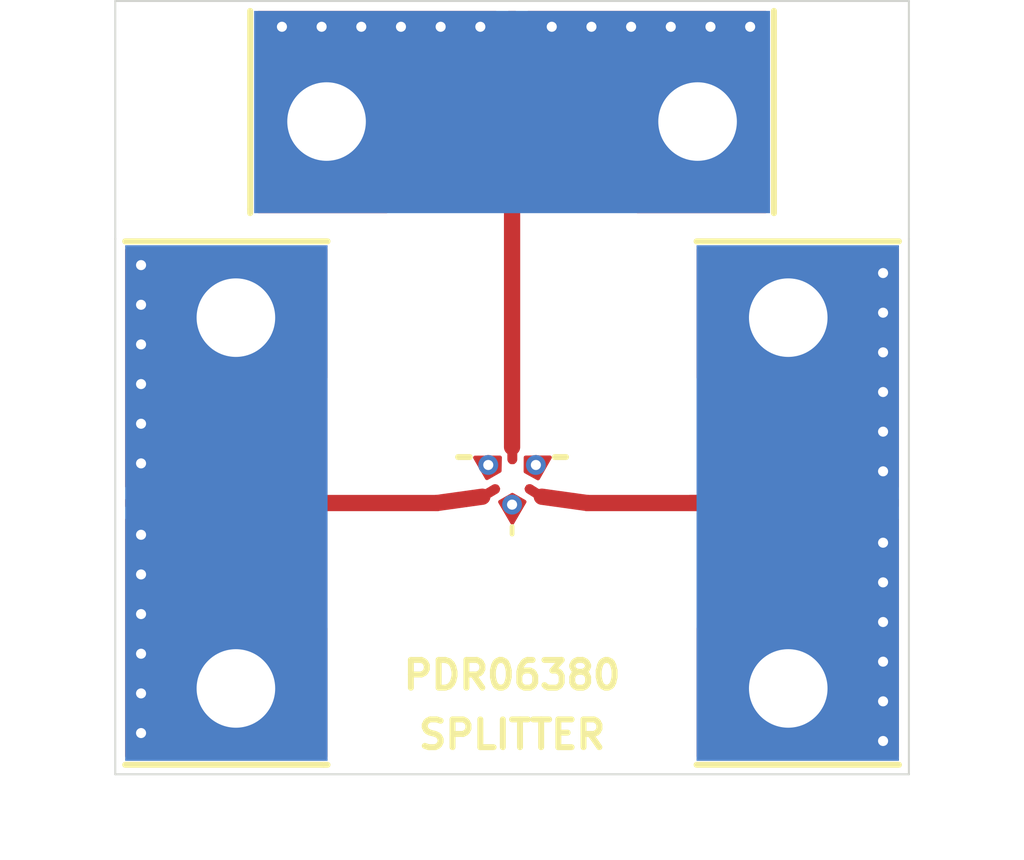
<source format=kicad_pcb>
(kicad_pcb (version 20171130) (host pcbnew 5.1.2)

  (general
    (thickness 1.6)
    (drawings 11)
    (tracks 16)
    (zones 0)
    (modules 4)
    (nets 5)
  )

  (page A4)
  (layers
    (0 F.Cu signal)
    (1 In1.Cu signal)
    (2 In2.Cu signal)
    (31 B.Cu signal)
    (32 B.Adhes user)
    (33 F.Adhes user)
    (34 B.Paste user)
    (35 F.Paste user)
    (36 B.SilkS user)
    (37 F.SilkS user)
    (38 B.Mask user)
    (39 F.Mask user)
    (40 Dwgs.User user)
    (41 Cmts.User user)
    (42 Eco1.User user)
    (43 Eco2.User user)
    (44 Edge.Cuts user)
    (45 Margin user)
    (46 B.CrtYd user)
    (47 F.CrtYd user)
    (48 B.Fab user)
    (49 F.Fab user)
  )

  (setup
    (last_trace_width 0.25)
    (user_trace_width 0.41)
    (trace_clearance 0.2)
    (zone_clearance 0.15)
    (zone_45_only no)
    (trace_min 0.2)
    (via_size 0.8)
    (via_drill 0.4)
    (via_min_size 0.4)
    (via_min_drill 0.254)
    (uvia_size 0.3)
    (uvia_drill 0.1)
    (uvias_allowed no)
    (uvia_min_size 0.2)
    (uvia_min_drill 0.1)
    (edge_width 0.05)
    (segment_width 0.2)
    (pcb_text_width 0.3)
    (pcb_text_size 1.5 1.5)
    (mod_edge_width 0.12)
    (mod_text_size 1 1)
    (mod_text_width 0.15)
    (pad_size 0.6 0.25)
    (pad_drill 0)
    (pad_to_mask_clearance 0.02)
    (solder_mask_min_width 0.25)
    (aux_axis_origin 0 0)
    (visible_elements FFFDFF7F)
    (pcbplotparams
      (layerselection 0x010fc_ffffffff)
      (usegerberextensions false)
      (usegerberattributes false)
      (usegerberadvancedattributes false)
      (creategerberjobfile false)
      (excludeedgelayer true)
      (linewidth 0.100000)
      (plotframeref false)
      (viasonmask false)
      (mode 1)
      (useauxorigin false)
      (hpglpennumber 1)
      (hpglpenspeed 20)
      (hpglpendiameter 15.000000)
      (psnegative false)
      (psa4output false)
      (plotreference true)
      (plotvalue true)
      (plotinvisibletext false)
      (padsonsilk false)
      (subtractmaskfromsilk false)
      (outputformat 1)
      (mirror false)
      (drillshape 1)
      (scaleselection 1)
      (outputdirectory ""))
  )

  (net 0 "")
  (net 1 GND)
  (net 2 "Net-(J101-Pad1)")
  (net 3 "Net-(J102-Pad1)")
  (net 4 "Net-(J103-Pad1)")

  (net_class Default "This is the default net class."
    (clearance 0.2)
    (trace_width 0.25)
    (via_dia 0.8)
    (via_drill 0.4)
    (uvia_dia 0.3)
    (uvia_drill 0.1)
    (add_net GND)
    (add_net "Net-(J101-Pad1)")
    (add_net "Net-(J102-Pad1)")
    (add_net "Net-(J103-Pad1)")
  )

  (module vna_mm:PDR06380 (layer F.Cu) (tedit 5D059F05) (tstamp 5D05B8CC)
    (at 87 100)
    (descr "DC- 40 GHz Flip Chip Resistive Divider")
    (path /5D05EC63)
    (attr smd)
    (fp_text reference RN101 (at -3 -3 90) (layer F.SilkS) hide
      (effects (font (size 1 1) (thickness 0.15)))
    )
    (fp_text value RESISTIVE_SPLITTER (at -2.54 -2.54) (layer F.Fab)
      (effects (font (size 1 1) (thickness 0.15)))
    )
    (fp_poly (pts (xy 0.006272 1.656289) (xy -0.301259 1.131329) (xy 0.006699 0.953529) (xy 0.313078 1.128593)) (layer F.Mask) (width 0.1))
    (fp_poly (pts (xy 0.951524 0.010659) (xy 0.342761 0.011604) (xy 0.341181 0.364469) (xy 0.653136 0.537744)) (layer F.Mask) (width 0.1))
    (fp_poly (pts (xy -0.931611 0.014128) (xy -0.633161 0.531059) (xy -0.314204 0.346909) (xy -0.306274 0.0127)) (layer F.Mask) (width 0.1))
    (fp_line (start -1.0668 0) (end -1.3589 0) (layer F.SilkS) (width 0.15))
    (fp_line (start 1.0795 0) (end 1.3589 0) (layer F.SilkS) (width 0.15))
    (fp_line (start 0 1.7526) (end 0 1.9431) (layer F.SilkS) (width 0.12))
    (fp_poly (pts (xy -0.931611 0.014128) (xy -0.633161 0.531059) (xy -0.314204 0.346909) (xy -0.306274 0.0127)) (layer F.Cu) (width 0.1))
    (fp_poly (pts (xy 0.951524 0.010659) (xy 0.342761 0.011604) (xy 0.341181 0.364469) (xy 0.653136 0.537744)) (layer F.Cu) (width 0.1))
    (fp_poly (pts (xy 0.006272 1.656289) (xy -0.301259 1.131329) (xy 0.006699 0.953529) (xy 0.313078 1.128593)) (layer F.Cu) (width 0.1))
    (fp_line (start -0.946228 0.005289) (end 0.006272 1.656289) (layer F.Fab) (width 0.12))
    (fp_line (start 0.006272 1.656289) (end 0.958773 0.005289) (layer F.Fab) (width 0.12))
    (fp_line (start 0.006272 0.005289) (end 0.958773 0.005289) (layer F.Fab) (width 0.12))
    (fp_line (start 0.006272 0.005289) (end -0.946228 0.005289) (layer F.Fab) (width 0.12))
    (pad 4 smd rect (at 0 1.1811) (size 0.127 0.23622) (layers F.Cu F.Paste F.Mask)
      (net 1 GND))
    (pad 4 smd rect (at 0.5461 0.2286) (size 0.127 0.23622) (layers F.Cu F.Paste F.Mask)
      (net 1 GND))
    (pad 4 smd rect (at -0.5715 0.2286) (size 0.127 0.23622) (layers F.Cu F.Paste F.Mask)
      (net 1 GND))
    (pad 3 smd rect (at -0.428715 0.808969 300) (size 0.127 0.23622) (layers F.Cu F.Paste F.Mask)
      (net 2 "Net-(J101-Pad1)"))
    (pad 2 smd rect (at 0.443267 0.807514 60) (size 0.127 0.23622) (layers F.Cu F.Paste F.Mask)
      (net 3 "Net-(J102-Pad1)"))
    (pad 1 smd rect (at 0.006273 0.056089 180) (size 0.127 0.23622) (layers F.Cu F.Paste F.Mask)
      (net 4 "Net-(J103-Pad1)"))
  )

  (module vna_mm:sw_edge_oshpark_4layer (layer F.Cu) (tedit 5D05611E) (tstamp 5D055E2F)
    (at 77.25 101.16 90)
    (path /5D056133)
    (fp_text reference J101 (at -9 1.7 90) (layer F.SilkS) hide
      (effects (font (size 0.7 0.7) (thickness 0.15)))
    )
    (fp_text value Conn_Coaxial (at -8.34 0.5) (layer F.Fab)
      (effects (font (size 0.7 0.7) (thickness 0.15)))
    )
    (fp_poly (pts (xy -6.6 0) (xy -0.5 0) (xy -0.5 5.1) (xy -6.6 5.1)) (layer F.Mask) (width 0.1))
    (fp_poly (pts (xy 0.5 0) (xy 6.6 0) (xy 6.6 5.1) (xy 0.5 5.1)) (layer F.Mask) (width 0.1))
    (fp_poly (pts (xy -0.6 1.9) (xy 0.6 1.9) (xy 0.6 5.1) (xy -0.6 5.1)) (layer F.Mask) (width 0.1))
    (fp_poly (pts (xy -0.5 0) (xy 0.5 0) (xy 0.5 1.3) (xy -0.5 1.3)) (layer F.Mask) (width 0.1))
    (fp_line (start 6.6 0) (end 6.6 5.1) (layer F.SilkS) (width 0.15))
    (fp_line (start -6.6 0) (end -6.6 5) (layer F.SilkS) (width 0.15))
    (fp_line (start -6.6 5) (end -6.6 5.1) (layer F.SilkS) (width 0.15))
    (pad 2 smd rect (at 0 2.55 270) (size 13 5.1) (layers B.Cu B.Mask)
      (net 1 GND))
    (pad 2 smd rect (at 4.775 2.85 270) (size 3.25 4.5) (layers F.Cu F.Mask)
      (net 1 GND))
    (pad 2 smd rect (at -4.775 2.85 270) (size 3.25 4.5) (layers F.Cu F.Mask)
      (net 1 GND))
    (pad 2 thru_hole circle (at -4.675 2.79 90) (size 3 3) (drill 1.98) (layers *.Cu *.Mask)
      (net 1 GND))
    (pad 2 thru_hole circle (at 4.675 2.79 90) (size 3 3) (drill 1.98) (layers *.Cu *.Mask)
      (net 1 GND))
    (pad 1 smd rect (at 0 3.04 90) (size 0.41 4.08) (layers F.Cu)
      (net 2 "Net-(J101-Pad1)"))
    (pad 1 smd trapezoid (at 0 0.5 90) (size 0.3 1) (rect_delta 0 0.11 ) (layers F.Cu F.Mask)
      (net 2 "Net-(J101-Pad1)"))
    (pad 2 smd rect (at 3.4 0.3 270) (size 6 0.6) (layers F.Cu F.Mask)
      (net 1 GND))
    (pad 2 smd trapezoid (at 3.4 0.7 90) (size 5.8 0.2) (rect_delta 0 -0.2 ) (layers F.Cu F.Mask)
      (net 1 GND))
    (pad 2 thru_hole circle (at 1 0.4 90) (size 0.5 0.5) (drill 0.254) (layers *.Cu *.Mask)
      (net 1 GND))
    (pad 2 thru_hole circle (at 2 0.4 90) (size 0.5 0.5) (drill 0.254) (layers *.Cu *.Mask)
      (net 1 GND))
    (pad 2 thru_hole circle (at 3 0.4 90) (size 0.5 0.5) (drill 0.254) (layers *.Cu *.Mask)
      (net 1 GND))
    (pad 2 thru_hole circle (at 4 0.4 90) (size 0.5 0.5) (drill 0.254) (layers *.Cu *.Mask)
      (net 1 GND))
    (pad 2 thru_hole circle (at 5 0.4 90) (size 0.5 0.5) (drill 0.254) (layers *.Cu *.Mask)
      (net 1 GND))
    (pad 2 thru_hole circle (at 6 0.4 90) (size 0.5 0.5) (drill 0.254) (layers *.Cu *.Mask)
      (net 1 GND))
    (pad 2 smd trapezoid (at -3.4 0.7 90) (size 5.8 0.2) (rect_delta 0 -0.2 ) (layers F.Cu F.Mask)
      (net 1 GND))
    (pad 2 smd rect (at -3.4 0.3 270) (size 6 0.6) (layers F.Cu F.Mask)
      (net 1 GND))
    (pad 2 thru_hole circle (at -2.8 0.4 90) (size 0.5 0.5) (drill 0.254) (layers *.Cu *.Mask)
      (net 1 GND))
    (pad 2 thru_hole circle (at -0.8 0.4 90) (size 0.5 0.5) (drill 0.254) (layers *.Cu *.Mask)
      (net 1 GND))
    (pad 2 thru_hole circle (at -1.8 0.4 90) (size 0.5 0.5) (drill 0.254) (layers *.Cu *.Mask)
      (net 1 GND))
    (pad 2 thru_hole circle (at -5.8 0.4 90) (size 0.5 0.5) (drill 0.254) (layers *.Cu *.Mask)
      (net 1 GND))
    (pad 2 thru_hole circle (at -3.8 0.4 90) (size 0.5 0.5) (drill 0.254) (layers *.Cu *.Mask)
      (net 1 GND))
    (pad 2 thru_hole circle (at -4.8 0.4 90) (size 0.5 0.5) (drill 0.254) (layers *.Cu *.Mask)
      (net 1 GND))
  )

  (module vna_mm:sw_edge_oshpark_4layer (layer F.Cu) (tedit 5D05611E) (tstamp 5D056B15)
    (at 96.75 101.16 270)
    (path /5D055FC0)
    (fp_text reference J102 (at -9 1.7 90) (layer F.SilkS) hide
      (effects (font (size 0.7 0.7) (thickness 0.15)))
    )
    (fp_text value Conn_Coaxial (at -8.16 0.5) (layer F.Fab)
      (effects (font (size 0.7 0.7) (thickness 0.15)))
    )
    (fp_line (start -6.6 5) (end -6.6 5.1) (layer F.SilkS) (width 0.15))
    (fp_line (start -6.6 0) (end -6.6 5) (layer F.SilkS) (width 0.15))
    (fp_line (start 6.6 0) (end 6.6 5.1) (layer F.SilkS) (width 0.15))
    (fp_poly (pts (xy -0.5 0) (xy 0.5 0) (xy 0.5 1.3) (xy -0.5 1.3)) (layer F.Mask) (width 0.1))
    (fp_poly (pts (xy -0.6 1.9) (xy 0.6 1.9) (xy 0.6 5.1) (xy -0.6 5.1)) (layer F.Mask) (width 0.1))
    (fp_poly (pts (xy 0.5 0) (xy 6.6 0) (xy 6.6 5.1) (xy 0.5 5.1)) (layer F.Mask) (width 0.1))
    (fp_poly (pts (xy -6.6 0) (xy -0.5 0) (xy -0.5 5.1) (xy -6.6 5.1)) (layer F.Mask) (width 0.1))
    (pad 2 thru_hole circle (at -4.8 0.4 270) (size 0.5 0.5) (drill 0.254) (layers *.Cu *.Mask)
      (net 1 GND))
    (pad 2 thru_hole circle (at -3.8 0.4 270) (size 0.5 0.5) (drill 0.254) (layers *.Cu *.Mask)
      (net 1 GND))
    (pad 2 thru_hole circle (at -5.8 0.4 270) (size 0.5 0.5) (drill 0.254) (layers *.Cu *.Mask)
      (net 1 GND))
    (pad 2 thru_hole circle (at -1.8 0.4 270) (size 0.5 0.5) (drill 0.254) (layers *.Cu *.Mask)
      (net 1 GND))
    (pad 2 thru_hole circle (at -0.8 0.4 270) (size 0.5 0.5) (drill 0.254) (layers *.Cu *.Mask)
      (net 1 GND))
    (pad 2 thru_hole circle (at -2.8 0.4 270) (size 0.5 0.5) (drill 0.254) (layers *.Cu *.Mask)
      (net 1 GND))
    (pad 2 smd rect (at -3.4 0.3 90) (size 6 0.6) (layers F.Cu F.Mask)
      (net 1 GND))
    (pad 2 smd trapezoid (at -3.4 0.7 270) (size 5.8 0.2) (rect_delta 0 -0.2 ) (layers F.Cu F.Mask)
      (net 1 GND))
    (pad 2 thru_hole circle (at 6 0.4 270) (size 0.5 0.5) (drill 0.254) (layers *.Cu *.Mask)
      (net 1 GND))
    (pad 2 thru_hole circle (at 5 0.4 270) (size 0.5 0.5) (drill 0.254) (layers *.Cu *.Mask)
      (net 1 GND))
    (pad 2 thru_hole circle (at 4 0.4 270) (size 0.5 0.5) (drill 0.254) (layers *.Cu *.Mask)
      (net 1 GND))
    (pad 2 thru_hole circle (at 3 0.4 270) (size 0.5 0.5) (drill 0.254) (layers *.Cu *.Mask)
      (net 1 GND))
    (pad 2 thru_hole circle (at 2 0.4 270) (size 0.5 0.5) (drill 0.254) (layers *.Cu *.Mask)
      (net 1 GND))
    (pad 2 thru_hole circle (at 1 0.4 270) (size 0.5 0.5) (drill 0.254) (layers *.Cu *.Mask)
      (net 1 GND))
    (pad 2 smd trapezoid (at 3.4 0.7 270) (size 5.8 0.2) (rect_delta 0 -0.2 ) (layers F.Cu F.Mask)
      (net 1 GND))
    (pad 2 smd rect (at 3.4 0.3 90) (size 6 0.6) (layers F.Cu F.Mask)
      (net 1 GND))
    (pad 1 smd trapezoid (at 0 0.5 270) (size 0.3 1) (rect_delta 0 0.11 ) (layers F.Cu F.Mask)
      (net 3 "Net-(J102-Pad1)"))
    (pad 1 smd rect (at 0 3.04 270) (size 0.41 4.08) (layers F.Cu)
      (net 3 "Net-(J102-Pad1)"))
    (pad 2 thru_hole circle (at 4.675 2.79 270) (size 3 3) (drill 1.98) (layers *.Cu *.Mask)
      (net 1 GND))
    (pad 2 thru_hole circle (at -4.675 2.79 270) (size 3 3) (drill 1.98) (layers *.Cu *.Mask)
      (net 1 GND))
    (pad 2 smd rect (at -4.775 2.85 90) (size 3.25 4.5) (layers F.Cu F.Mask)
      (net 1 GND))
    (pad 2 smd rect (at 4.775 2.85 90) (size 3.25 4.5) (layers F.Cu F.Mask)
      (net 1 GND))
    (pad 2 smd rect (at 0 2.55 90) (size 13 5.1) (layers B.Cu B.Mask)
      (net 1 GND))
  )

  (module vna_mm:sw_edge_oshpark_4layer (layer F.Cu) (tedit 5D05611E) (tstamp 5D05B8B8)
    (at 87 88.75)
    (path /5D05DE2C)
    (fp_text reference J103 (at -9 1.7) (layer F.SilkS) hide
      (effects (font (size 1 1) (thickness 0.15)))
    )
    (fp_text value Conn_Coaxial (at -11.9 7.3 90) (layer F.Fab)
      (effects (font (size 1 1) (thickness 0.15)))
    )
    (fp_line (start -6.6 5) (end -6.6 5.1) (layer F.SilkS) (width 0.15))
    (fp_line (start -6.6 0) (end -6.6 5) (layer F.SilkS) (width 0.15))
    (fp_line (start 6.6 0) (end 6.6 5.1) (layer F.SilkS) (width 0.15))
    (fp_poly (pts (xy -0.5 0) (xy 0.5 0) (xy 0.5 1.3) (xy -0.5 1.3)) (layer F.Mask) (width 0.1))
    (fp_poly (pts (xy -0.6 1.9) (xy 0.6 1.9) (xy 0.6 5.1) (xy -0.6 5.1)) (layer F.Mask) (width 0.1))
    (fp_poly (pts (xy 0.5 0) (xy 6.6 0) (xy 6.6 5.1) (xy 0.5 5.1)) (layer F.Mask) (width 0.1))
    (fp_poly (pts (xy -6.6 0) (xy -0.5 0) (xy -0.5 5.1) (xy -6.6 5.1)) (layer F.Mask) (width 0.1))
    (pad 2 thru_hole circle (at -4.8 0.4) (size 0.5 0.5) (drill 0.254) (layers *.Cu *.Mask)
      (net 1 GND))
    (pad 2 thru_hole circle (at -3.8 0.4) (size 0.5 0.5) (drill 0.254) (layers *.Cu *.Mask)
      (net 1 GND))
    (pad 2 thru_hole circle (at -5.8 0.4) (size 0.5 0.5) (drill 0.254) (layers *.Cu *.Mask)
      (net 1 GND))
    (pad 2 thru_hole circle (at -1.8 0.4) (size 0.5 0.5) (drill 0.254) (layers *.Cu *.Mask)
      (net 1 GND))
    (pad 2 thru_hole circle (at -0.8 0.4) (size 0.5 0.5) (drill 0.254) (layers *.Cu *.Mask)
      (net 1 GND))
    (pad 2 thru_hole circle (at -2.8 0.4) (size 0.5 0.5) (drill 0.254) (layers *.Cu *.Mask)
      (net 1 GND))
    (pad 2 smd rect (at -3.4 0.3 180) (size 6 0.6) (layers F.Cu F.Mask)
      (net 1 GND))
    (pad 2 smd trapezoid (at -3.4 0.7) (size 5.8 0.2) (rect_delta 0 -0.2 ) (layers F.Cu F.Mask)
      (net 1 GND))
    (pad 2 thru_hole circle (at 6 0.4) (size 0.5 0.5) (drill 0.254) (layers *.Cu *.Mask)
      (net 1 GND))
    (pad 2 thru_hole circle (at 5 0.4) (size 0.5 0.5) (drill 0.254) (layers *.Cu *.Mask)
      (net 1 GND))
    (pad 2 thru_hole circle (at 4 0.4) (size 0.5 0.5) (drill 0.254) (layers *.Cu *.Mask)
      (net 1 GND))
    (pad 2 thru_hole circle (at 3 0.4) (size 0.5 0.5) (drill 0.254) (layers *.Cu *.Mask)
      (net 1 GND))
    (pad 2 thru_hole circle (at 2 0.4) (size 0.5 0.5) (drill 0.254) (layers *.Cu *.Mask)
      (net 1 GND))
    (pad 2 thru_hole circle (at 1 0.4) (size 0.5 0.5) (drill 0.254) (layers *.Cu *.Mask)
      (net 1 GND))
    (pad 2 smd trapezoid (at 3.4 0.7) (size 5.8 0.2) (rect_delta 0 -0.2 ) (layers F.Cu F.Mask)
      (net 1 GND))
    (pad 2 smd rect (at 3.4 0.3 180) (size 6 0.6) (layers F.Cu F.Mask)
      (net 1 GND))
    (pad 1 smd trapezoid (at 0 0.5) (size 0.3 1) (rect_delta 0 0.11 ) (layers F.Cu F.Mask)
      (net 4 "Net-(J103-Pad1)"))
    (pad 1 smd rect (at 0 3.04) (size 0.41 4.08) (layers F.Cu)
      (net 4 "Net-(J103-Pad1)"))
    (pad 2 thru_hole circle (at 4.675 2.79) (size 3 3) (drill 1.98) (layers *.Cu *.Mask)
      (net 1 GND))
    (pad 2 thru_hole circle (at -4.675 2.79) (size 3 3) (drill 1.98) (layers *.Cu *.Mask)
      (net 1 GND))
    (pad 2 smd rect (at -4.775 2.85 180) (size 3.25 4.5) (layers F.Cu F.Mask)
      (net 1 GND))
    (pad 2 smd rect (at 4.775 2.85 180) (size 3.25 4.5) (layers F.Cu F.Mask)
      (net 1 GND))
    (pad 2 smd rect (at 0 2.55 180) (size 13 5.1) (layers B.Cu B.Mask)
      (net 1 GND))
  )

  (gr_poly (pts (xy 86 99.5) (xy 86 93.75) (xy 88 93.75) (xy 88 99.5)) (layer F.Mask) (width 0.1) (tstamp 5D05C56D))
  (gr_poly (pts (xy 88.5 102) (xy 88.5 100.25) (xy 92 100.25) (xy 92 102)) (layer F.Mask) (width 0.1) (tstamp 5D05A597))
  (gr_poly (pts (xy 82 102) (xy 82 100.25) (xy 82.5 100.25) (xy 85.5 100.25) (xy 85.5 102)) (layer F.Mask) (width 0.1))
  (gr_line (start 77 88.5) (end 77 94.5) (layer Edge.Cuts) (width 0.05) (tstamp 5D0590E5))
  (gr_line (start 97 94.5) (end 97 88.5) (layer Edge.Cuts) (width 0.05) (tstamp 5D0590E4))
  (gr_text SPLITTER (at 87 107) (layer F.SilkS) (tstamp 5D058DAA)
    (effects (font (size 0.7 0.7) (thickness 0.15)))
  )
  (gr_text PDR06380 (at 87 105.5) (layer F.SilkS) (tstamp 5D058DAA)
    (effects (font (size 0.7 0.7) (thickness 0.15)))
  )
  (gr_line (start 97 88.5) (end 77 88.5) (layer Edge.Cuts) (width 0.05) (tstamp 5D05792A))
  (gr_line (start 97 108) (end 97 94.5) (layer Edge.Cuts) (width 0.05) (tstamp 5D057D18))
  (gr_line (start 77 108) (end 97 108) (layer Edge.Cuts) (width 0.05))
  (gr_line (start 77 94.5) (end 77 108) (layer Edge.Cuts) (width 0.05))

  (via (at 87 101.2) (size 0.5) (drill 0.254) (layers F.Cu B.Cu) (net 1) (tstamp 5D05C3FF))
  (via (at 87.6 100.2) (size 0.5) (drill 0.254) (layers F.Cu B.Cu) (net 1) (tstamp 5D05C3FF))
  (via (at 86.4 100.2) (size 0.5) (drill 0.254) (layers F.Cu B.Cu) (net 1))
  (segment (start 80.394002 101.16) (end 85.1 101.16) (width 0.41) (layer F.Cu) (net 2) (status 10))
  (segment (start 77.75 101.16) (end 80.29 101.16) (width 0.25) (layer F.Cu) (net 2) (status 30))
  (segment (start 86.571285 100.808969) (end 86.25 101) (width 0.25) (layer F.Cu) (net 2))
  (segment (start 85.1 101.16) (end 86.25 101) (width 0.41) (layer F.Cu) (net 2))
  (segment (start 93.96 101.16) (end 91.51 101.16) (width 0.41) (layer F.Cu) (net 3) (status 10))
  (segment (start 93.605998 101.16) (end 88.9 101.16) (width 0.41) (layer F.Cu) (net 3) (status 10))
  (segment (start 93.71 101.16) (end 96.25 101.16) (width 0.25) (layer F.Cu) (net 3) (status 30))
  (segment (start 87.443267 100.807514) (end 87.75 101) (width 0.25) (layer F.Cu) (net 3))
  (segment (start 88.9 101.16) (end 87.75 101) (width 0.41) (layer F.Cu) (net 3))
  (segment (start 87 91.79) (end 87 99.75) (width 0.41) (layer F.Cu) (net 4))
  (segment (start 87.006273 99.756273) (end 87 99.75) (width 0.25) (layer F.Cu) (net 4))
  (segment (start 87.006273 100.056089) (end 87.006273 99.756273) (width 0.25) (layer F.Cu) (net 4))
  (segment (start 87 91.79) (end 87 89.25) (width 0.25) (layer F.Cu) (net 4))

  (zone (net 1) (net_name GND) (layer In1.Cu) (tstamp 0) (hatch edge 0.508)
    (connect_pads yes (clearance 0.15))
    (min_thickness 0.254)
    (fill yes (arc_segments 32) (thermal_gap 0.508) (thermal_bridge_width 0.508))
    (polygon
      (pts
        (xy 97 108) (xy 77 108) (xy 77 88.5) (xy 97 88.5)
      )
    )
    (filled_polygon
      (pts
        (xy 96.698 94.514832) (xy 96.698001 94.514842) (xy 96.698 107.698) (xy 77.302 107.698) (xy 77.302 88.802)
        (xy 96.698001 88.802)
      )
    )
  )
)

</source>
